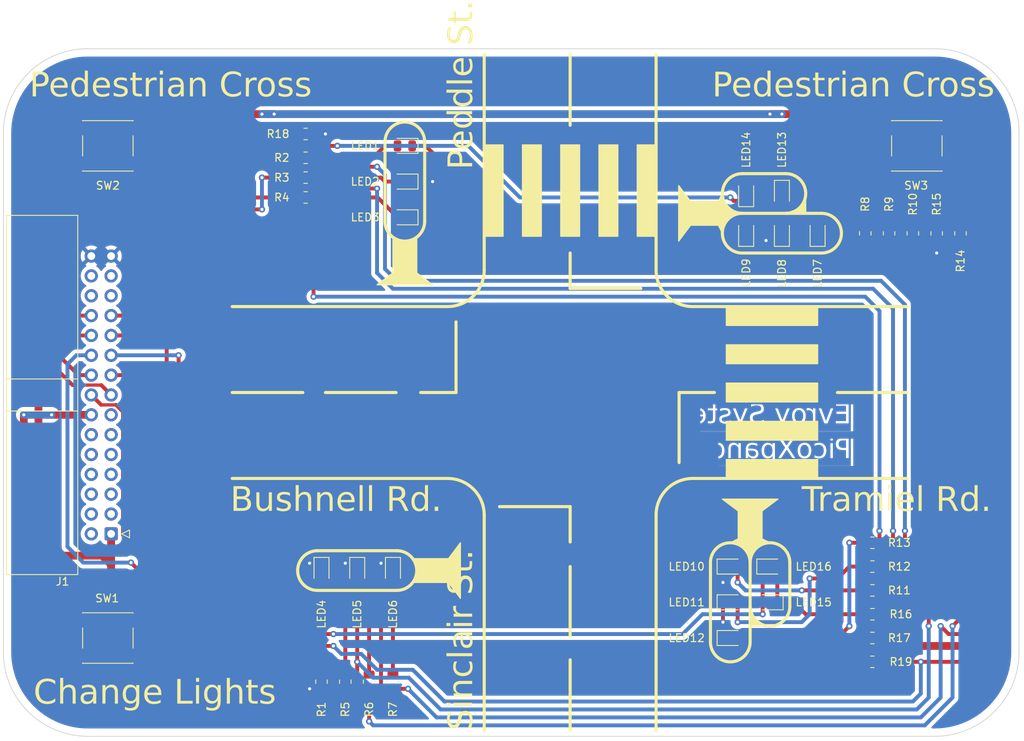
<source format=kicad_pcb>
(kicad_pcb (version 20240108) (generator "pcbnew") (generator_version "8.0")
  (layers (0 "F.Cu" signal) (31 "B.Cu" power) (35 "F.Paste" user) (37 "F.SilkS" user "F.Silkscreen") (38 "B.Mask" user) (39 "F.Mask" user) (44 "Edge.Cuts" user))
  (net 0 "")
  (net 1 "+3V3")
  (net 13 "Net-(J1-Pin_14)")
  (net 14 "Net-(J1-Pin_15)")
  (net 15 "Net-(J1-Pin_16)")
  (net 16 "Net-(J1-Pin_17)")
  (net 17 "Net-(J1-Pin_18)")
  (net 18 "Net-(J1-Pin_19)")
  (net 19 "Net-(J1-Pin_20)")
  (net 20 "Net-(J1-Pin_21)")
  (net 21 "Net-(J1-Pin_22)")
  (net 22 "Net-(J1-Pin_23)")
  (net 23 "Net-(J1-Pin_24)")
  (net 28 "GNDREF")
  (net 29 "Net-(LED1-A)")
  (net 30 "Net-(LED2-A)")
  (net 31 "Net-(LED3-A)")
  (net 32 "Net-(LED4-A)")
  (net 33 "Net-(LED5-A)")
  (net 34 "Net-(LED6-A)")
  (net 35 "Net-(LED7-A)")
  (net 36 "Net-(LED8-A)")
  (net 37 "Net-(LED9-A)")
  (net 38 "Net-(LED10-A)")
  (net 39 "Net-(LED11-A)")
  (net 40 "Net-(LED12-A)")
  (net 41 "Net-(LED13-K)")
  (net 42 "Net-(LED15-K)")
  (footprint "Resistor_SMD:R_0805_2012Metric" (layer "F.Cu") (at 211.2245 134.232 180)
    (property "Reference" "R13")
    (property "Value" "220Ω")
  )
  (footprint "LED_SMD:LED_0805_2012Metric" (layer "F.Cu") (at 204.216 94.608 90)
    (property "Reference" "LED7")
    (property "Value" "Red")
  )
  (footprint "Resistor_SMD:R_0805_2012Metric" (layer "F.Cu") (at 211.2245 137.28 180)
    (property "Reference" "R12")
    (property "Value" "220Ω")
  )
  (footprint "LED_SMD:LED_0805_2012Metric" (layer "F.Cu") (at 140.716 137.788 -90)
    (property "Reference" "LED4")
    (property "Value" "Red")
  )
  (footprint "Resistor_SMD:R_0805_2012Metric" (layer "F.Cu") (at 140.716 152.012 90)
    (property "Reference" "R1")
    (property "Value" "220Ω")
  )
  (footprint "LED_SMD:LED_0805_2012Metric" (layer "F.Cu") (at 193.04 141.852)
    (property "Reference" "LED11")
    (property "Value" "Amber")
  )
  (footprint "Button_Switch_SMD:SW_Push_1P1T_NO_6x6mm_H9.5mm" (layer "F.Cu") (at 113.373 83.432 180)
    (property "Reference" "SW2")
    (property "Value" "Ped Cross")
  )
  (footprint "Resistor_SMD:R_0805_2012Metric" (layer "F.Cu") (at 138.684 87.496)
    (property "Reference" "R3")
    (property "Value" "220Ω")
  )
  (footprint "Connector_IDC:IDC-Header_2x15_P2.54mm_Horizontal" (layer "F.Cu") (at 113.792 133.096 180)
    (property "Reference" "J1")
    (property "Value" "IDC Header")
  )
  (footprint "Resistor_SMD:R_0805_2012Metric" (layer "F.Cu") (at 211.2245 143.376)
    (property "Reference" "R16")
    (property "Value" "220Ω")
  )
  (footprint "Resistor_SMD:R_0805_2012Metric" (layer "F.Cu") (at 149.86 152.012 90)
    (property "Reference" "R7")
    (property "Value" "220Ω")
  )
  (footprint "Resistor_SMD:R_0805_2012Metric" (layer "F.Cu") (at 211.2245 149.472)
    (property "Reference" "R19")
    (property "Value" "220Ω")
  )
  (footprint "LED_SMD:LED_0805_2012Metric" (layer "F.Cu") (at 195.072 89.528 90)
    (property "Reference" "LED14")
    (property "Value" "Green")
  )
  (footprint "LED_SMD:LED_0805_2012Metric" (layer "F.Cu") (at 145.288 137.788 -90)
    (property "Reference" "LED5")
    (property "Value" "Amber")
  )
  (footprint "Resistor_SMD:R_0805_2012Metric" (layer "F.Cu") (at 138.684 84.956)
    (property "Reference" "R2")
    (property "Value" "220Ω")
  )
  (footprint "Resistor_SMD:R_0805_2012Metric" (layer "F.Cu") (at 211.2245 146.424 180)
    (property "Reference" "R17")
    (property "Value" "220Ω")
  )
  (footprint "Resistor_SMD:R_0805_2012Metric" (layer "F.Cu") (at 216.408 94.633 90)
    (property "Reference" "R10")
    (property "Value" "220Ω")
  )
  (footprint "Button_Switch_SMD:SW_Push_1P1T_NO_6x6mm_H9.5mm" (layer "F.Cu") (at 216.916 83.432 180)
    (property "Reference" "SW3")
    (property "Value" "Ped Cross")
  )
  (footprint "Resistor_SMD:R_0805_2012Metric" (layer "F.Cu") (at 143.764 152.012 90)
    (property "Reference" "R5")
    (property "Value" "220Ω")
  )
  (footprint "Button_Switch_SMD:SW_Push_1P1T_NO_6x6mm_H9.5mm" (layer "F.Cu") (at 113.373 146.424 180)
    (property "Reference" "SW1")
    (property "Value" "Change Lights")
  )
  (footprint "LED_SMD:LED_0805_2012Metric" (layer "F.Cu") (at 149.86 137.788 -90)
    (property "Reference" "LED6")
    (property "Value" "Green")
  )
  (footprint "Resistor_SMD:R_0805_2012Metric" (layer "F.Cu") (at 210.312 94.633 90)
    (property "Reference" "R8")
    (property "Value" "220Ω")
  )
  (footprint "LED_SMD:LED_0805_2012Metric" (layer "F.Cu") (at 151.384 92.576 180)
    (property "Reference" "LED3")
    (property "Value" "Green")
  )
  (footprint "LED_SMD:LED_0805_2012Metric" (layer "F.Cu") (at 199.644 94.608 90)
    (property "Reference" "LED8")
    (property "Value" "Amber")
  )
  (footprint "LED_SMD:LED_0805_2012Metric" (layer "F.Cu") (at 151.384 88.004 180)
    (property "Reference" "LED2")
    (property "Value" "Amber")
  )
  (footprint "LED_SMD:LED_0805_2012Metric" (layer "F.Cu") (at 193.04 146.424)
    (property "Reference" "LED12")
    (property "Value" "Green")
  )
  (footprint "Resistor_SMD:R_0805_2012Metric" (layer "F.Cu") (at 146.812 152.012 90)
    (property "Reference" "R6")
    (property "Value" "220Ω")
  )
  (footprint "Resistor_SMD:R_0805_2012Metric" (layer "F.Cu") (at 222.504 94.633 90)
    (property "Reference" "R14")
    (property "Value" "220Ω")
  )
  (footprint "LED_SMD:LED_0805_2012Metric" (layer "F.Cu") (at 151.384 83.432 180)
    (property "Reference" "LED1")
    (property "Value" "Red")
  )
  (footprint "LED_SMD:LED_0805_2012Metric" (layer "F.Cu") (at 198.12 137.28)
    (property "Reference" "LED16")
    (property "Value" "Green")
  )
  (footprint "LED_SMD:LED_0805_2012Metric" (layer "F.Cu") (at 193.04 137.28)
    (property "Reference" "LED10")
    (property "Value" "Red")
  )
  (footprint "Resistor_SMD:R_0805_2012Metric" (layer "F.Cu") (at 211.2245 140.328 180)
    (property "Reference" "R11")
    (property "Value" "220Ω")
  )
  (footprint "LED_SMD:LED_0805_2012Metric" (layer "F.Cu") (at 199.644 89.528 -90)
    (property "Reference" "LED13")
    (property "Value" "Red")
  )
  (footprint "Resistor_SMD:R_0805_2012Metric" (layer "F.Cu") (at 138.684 81.908 180)
    (property "Reference" "R18")
    (property "Value" "220Ω")
  )
  (footprint "LED_SMD:LED_0805_2012Metric" (layer "F.Cu") (at 195.072 94.608 90)
    (property "Reference" "LED9")
    (property "Value" "Green")
  )
  (footprint "Resistor_SMD:R_0805_2012Metric" (layer "F.Cu") (at 138.684 90.036)
    (property "Reference" "R4")
    (property "Value" "220Ω")
  )
  (footprint "LED_SMD:LED_0805_2012Metric" (layer "F.Cu") (at 198.12 141.852 180)
    (property "Reference" "LED15")
    (property "Value" "Red")
  )
  (footprint "Resistor_SMD:R_0805_2012Metric" (layer "F.Cu") (at 219.456 94.633 90)
    (property "Reference" "R15")
    (property "Value" "220Ω")
  )
  (footprint "Resistor_SMD:R_0805_2012Metric" (layer "F.Cu") (at 213.36 94.633 90)
    (property "Reference" "R9")
    (property "Value" "220Ω")
  )
  (gr_line (start 183.544 71.748) (end 183.544 99.316) (stroke (width 0.4)) (layer "F.SilkS"))
  (gr_line (start 172.544 146.32) (end 172.544 137.28) (stroke (width 0.4)) (layer "F.SilkS"))
  (gr_arc (start 156.860472 126) (mid 160.172226 127.371774) (end 161.544 130.683528) (stroke (width 0.4)) (layer "F.SilkS"))
  (gr_arc (start 188.227528 103.999528) (mid 184.915774 102.627754) (end 183.544 99.316) (stroke (width 0.4)) (layer "F.SilkS"))
  (gr_poly (pts (xy 200.152 92.068) (xy 201.676 91.56) (xy 202.692538 90.20717) (xy 202.692 92.068)) (stroke (width 0.15)) (fill solid) (layer "F.SilkS"))
  (gr_poly (pts (xy 152.4 139.312) (xy 156.972 139.312) (xy 158.496 141.344) (xy 158.496 134.232) (xy 156.972 136.264) (xy 152.4 136.264) (xy 152.908 137.28) (xy 152.908 138.296)) (stroke (width 0.15)) (fill solid) (layer "F.SilkS"))
  (gr_line (start 172.544 80.788) (end 172.544 71.748) (stroke (width 0.4)) (layer "F.SilkS"))
  (gr_line (start 190.5 146.932) (end 190.5 136.772) (stroke (width 0.4)) (layer "F.SilkS"))
  (gr_poly (pts (xy 149.86 95.116) (xy 149.86 99.688) (xy 147.828 101.212) (xy 154.94 101.212) (xy 152.908 99.688) (xy 152.908 95.116) (xy 151.892 95.624) (xy 150.876 95.624)) (stroke (width 0.15)) (fill solid) (layer "F.SilkS"))
  (gr_arc (start 195.58 136.772) (mid 198.12 134.232) (end 200.66 136.772) (stroke (width 0.4)) (layer "F.SilkS"))
  (gr_arc (start 200.66 142.36) (mid 198.12 144.9) (end 195.58 142.36) (stroke (width 0.4)) (layer "F.SilkS"))
  (gr_arc (start 194.564 92.068) (mid 192.024 89.528) (end 194.564 86.988) (stroke (width 0.4)) (layer "F.SilkS"))
  (gr_line (start 215.795528 103.999528) (end 188.227528 103.999528) (stroke (width 0.4)) (layer "F.SilkS"))
  (gr_line (start 161.544 71.748) (end 161.544 99.316) (stroke (width 0.4)) (layer "F.SilkS"))
  (gr_line (start 183.544 130.683528) (end 183.544 158.251528) (stroke (width 0.4)) (layer "F.SilkS"))
  (gr_line (start 195.58 136.772) (end 195.58 146.932) (stroke (width 0.4)) (layer "F.SilkS"))
  (gr_line (start 140.208 135.248) (end 150.368 135.248) (stroke (width 0.4)) (layer "F.SilkS"))
  (gr_line (start 172.544 101.668) (end 181.584 101.668) (stroke (width 0.4)) (layer "F.SilkS"))
  (gr_poly (pts (xy 195.58 142.36) (xy 196.088 143.884) (xy 197.44083 144.900538) (xy 195.58 144.9)) (stroke (width 0.15)) (fill solid) (layer "F.SilkS"))
  (gr_rect (start 161.544 83.312) (end 163.957889 95) (stroke (width 0.15)) (fill solid) (layer "F.SilkS"))
  (gr_rect (start 192.532 104) (end 204.22 106.413889) (stroke (width 0.15)) (fill solid) (layer "F.SilkS"))
  (gr_line (start 157.936 114.999528) (end 157.936 105.959528) (stroke (width 0.4)) (layer "F.SilkS"))
  (gr_line (start 141.224 114.999528) (end 150.264 114.999528) (stroke (width 0.4)) (layer "F.SilkS"))
  (gr_line (start 186.488 114.999528) (end 186.488 123.968) (stroke (width 0.4)) (layer "F.SilkS"))
  (gr_arc (start 190.5 136.772) (mid 193.04 134.232) (end 195.58 136.772) (stroke (width 0.4)) (layer "F.SilkS"))
  (gr_arc (start 204.724 92.068) (mid 207.264 94.608) (end 204.724 97.148) (stroke (width 0.4)) (layer "F.SilkS"))
  (gr_arc (start 148.844 82.924) (mid 151.384 80.384) (end 153.924 82.924) (stroke (width 0.4)) (layer "F.SilkS"))
  (gr_line (start 191.008 114.999528) (end 186.488 114.999528) (stroke (width 0.4)) (layer "F.SilkS"))
  (gr_line (start 194.564 92.068) (end 204.724 92.068) (stroke (width 0.4)) (layer "F.SilkS"))
  (gr_poly (pts (xy 192.324227 90.732794) (xy 192.024 89.528) (xy 191.516 90.543468) (xy 187.96 90.544) (xy 186.436 88.512) (xy 186.436 95.624) (xy 187.96 93.592) (xy 191.516 93.592) (xy 192.024 94.608) (xy 192.389538 93.263606) (xy 193.67379 92.056661) (xy 192.970787 91.535078)) (stroke (width 0.15)) (fill solid) (layer "F.SilkS"))
  (gr_line (start 148.844 93.084) (end 148.844 82.924) (stroke (width 0.4)) (layer "F.SilkS"))
  (gr_line (start 150.368 140.328) (end 140.208 140.328) (stroke (width 0.4)) (layer "F.SilkS"))
  (gr_rect (start 192.532 118.689584) (end 204.22 121.103473) (stroke (width 0.15)) (fill solid) (layer "F.SilkS"))
  (gr_rect (start 192.532 113.793057) (end 204.22 116.206946) (stroke (width 0.15)) (fill solid) (layer "F.SilkS"))
  (gr_arc (start 153.924 93.084) (mid 151.384 95.624) (end 148.844 93.084) (stroke (width 0.4)) (layer "F.SilkS"))
  (gr_arc (start 200.152 86.988) (mid 202.692 89.528) (end 200.152 92.068) (stroke (width 0.4)) (layer "F.SilkS"))
  (gr_arc (start 183.544 130.683528) (mid 184.915774 127.371774) (end 188.227528 126) (stroke (width 0.4)) (layer "F.SilkS"))
  (gr_line (start 172.544 134.128) (end 172.544 129.608) (stroke (width 0.4)) (layer "F.SilkS"))
  (gr_arc (start 140.208 140.328) (mid 137.668 137.788) (end 140.208 135.248) (stroke (width 0.4)) (layer "F.SilkS"))
  (gr_line (start 153.924 82.924) (end 153.924 93.084) (stroke (width 0.4)) (layer "F.SilkS"))
  (gr_line (start 153.416 114.999528) (end 157.936 114.999528) (stroke (width 0.4)) (layer "F.SilkS"))
  (gr_poly (pts (xy 196.915206 134.532227) (xy 198.12 134.232) (xy 197.104532 133.724) (xy 197.104 130.168) (xy 199.136 128.644) (xy 192.024 128.644) (xy 194.056 130.168) (xy 194.056 133.724) (xy 193.04 134.232) (xy 194.384394 134.597538) (xy 195.591339 135.88179) (xy 196.112922 135.178787)) (stroke (width 0.15)) (fill solid) (layer "F.SilkS"))
  (gr_line (start 200.66 136.772) (end 200.66 142.36) (stroke (width 0.4)) (layer "F.SilkS"))
  (gr_arc (start 194.564 97.148) (mid 192.024 94.608) (end 194.564 92.068) (stroke (width 0.4)) (layer "F.SilkS"))
  (gr_rect (start 166.440527 83.312) (end 168.854416 95) (stroke (width 0.15)) (fill solid) (layer "F.SilkS"))
  (gr_arc (start 161.544 99.316) (mid 160.172226 102.627754) (end 156.860472 103.999528) (stroke (width 0.4)) (layer "F.SilkS"))
  (gr_line (start 172.544 97.148) (end 172.544 101.668) (stroke (width 0.4)) (layer "F.SilkS"))
  (gr_rect (start 192.532 108.89653) (end 204.22 111.310419) (stroke (width 0.15)) (fill solid) (layer "F.SilkS"))
  (gr_line (start 215.795528 126) (end 188.227528 126) (stroke (width 0.4)) (layer "F.SilkS"))
  (gr_line (start 194.564 86.988) (end 200.152 86.988) (stroke (width 0.4)) (layer "F.SilkS"))
  (gr_line (start 172.544 129.608) (end 163.504 129.608) (stroke (width 0.4)) (layer "F.SilkS"))
  (gr_arc (start 195.58 146.932) (mid 193.04 149.472) (end 190.5 146.932) (stroke (width 0.4)) (layer "F.SilkS"))
  (gr_line (start 206.755528 114.999528) (end 215.795528 114.999528) (stroke (width 0.4)) (layer "F.SilkS"))
  (gr_line (start 204.724 97.148) (end 194.564 97.148) (stroke (width 0.4)) (layer "F.SilkS"))
  (gr_line (start 129.292472 103.999528) (end 156.860472 103.999528) (stroke (width 0.4)) (layer "F.SilkS"))
  (gr_line (start 129.292472 114.999528) (end 138.332472 114.999528) (stroke (width 0.4)) (layer "F.SilkS"))
  (gr_rect (start 192.532 123.586111) (end 204.22 126) (stroke (width 0.15)) (fill solid) (layer "F.SilkS"))
  (gr_line (start 161.544 130.683528) (end 161.544 158.251528) (stroke (width 0.4)) (layer "F.SilkS"))
  (gr_arc (start 150.368 135.248) (mid 152.908 137.788) (end 150.368 140.328) (stroke (width 0.4)) (layer "F.SilkS"))
  (gr_rect (start 171.337054 83.312) (end 173.750943 95) (stroke (width 0.15)) (fill solid) (layer "F.SilkS"))
  (gr_rect (start 176.233581 83.312) (end 178.64747 95) (stroke (width 0.15)) (fill solid) (layer "F.SilkS"))
  (gr_rect (start 181.130111 83.312) (end 183.544 95) (stroke (width 0.15)) (fill solid) (layer "F.SilkS"))
  (gr_line (start 172.544 158.251528) (end 172.544 149.211528) (stroke (width 0.4)) (layer "F.SilkS"))
  (gr_line (start 129.292472 126) (end 156.860472 126) (stroke (width 0.4)) (layer "F.SilkS"))
  (gr_arc (start 219.21759 71) (mid 226.841908 74.158092) (end 230 81.78241) (stroke (width 0.1)) (layer "Edge.Cuts"))
  (gr_line (start 230 81.78241) (end 230 148.21759) (stroke (width 0.1)) (layer "Edge.Cuts"))
  (gr_arc (start 230 148.21759) (mid 226.841908 155.841908) (end 219.21759 159) (stroke (width 0.1)) (layer "Edge.Cuts"))
  (gr_line (start 110.78241 71) (end 219.21759 71) (stroke (width 0.1)) (layer "Edge.Cuts"))
  (gr_line (start 219.21759 159) (end 110.78241 159) (stroke (width 0.1)) (layer "Edge.Cuts"))
  (gr_arc (start 100 81.78241) (mid 103.158092 74.158092) (end 110.78241 71) (stroke (width 0.1)) (layer "Edge.Cuts"))
  (gr_line (start 100 148.21759) (end 100 81.78241) (stroke (width 0.1)) (layer "Edge.Cuts"))
  (gr_arc (start 110.78241 159) (mid 103.158092 155.841908) (end 100 148.21759) (stroke (width 0.1)) (layer "Edge.Cuts"))
  (gr_text "PicoXpander" (at 208.534 123.818 0) (layer "B.Cu" knockout) (effects (font (size 2.5 2.5)) (justify left bottom mirror)))
  (gr_text "Evroy Systems" (at 208.534 119.373 0) (layer "B.Cu" knockout) (effects (font (size 2.5 2.5)) (justify left bottom mirror)))
  (gr_text "Bushnell Rd." (at 129.032 130.676 0) (layer "F.SilkS") (effects (font (size 3.1 3.1)) (justify left bottom)))
  (gr_text "Peddle St." (at 160.528 86.48 90) (layer "F.SilkS") (effects (font (size 3.1 3.1)) (justify left bottom)))
  (gr_text "Sinclair St." (at 160.528 158.251528 90) (layer "F.SilkS") (effects (font (size 3.1 3.1)) (justify left bottom)))
  (gr_text "Tramiel Rd." (at 202.184 130.676 0) (layer "F.SilkS") (effects (font (size 3.1 3.1)) (justify left bottom)))
  (segment (start 216.201 147.44) (end 212.137 143.376) (width 1) (layer "F.Cu") (net 1))
  (segment (start 104.489416 132.803416) (end 107.569 135.883) (width 1) (layer "F.Cu") (net 1))
  (segment (start 103.124 110.864) (end 104.489416 112.229416) (width 1) (layer "F.Cu") (net 1))
  (segment (start 211.836 81.908) (end 209.804 81.908) (width 1) (layer "F.Cu") (net 1))
  (segment (start 109.398 81.182) (end 107.927659 81.182) (width 1) (layer "F.Cu") (net 1))
  (segment (start 211.467303 82.655697) (end 210.172697 82.655697) (width 1) (layer "F.Cu") (net 1))
  (segment (start 112.649 135.883) (end 113.792 137.026) (width 1) (layer "F.Cu") (net 1))
  (segment (start 212.941 81.182) (end 208.699 81.182) (width 1) (layer "F.Cu") (net 1))
  (segment (start 107.569 135.883) (end 112.649 135.883) (width 1) (layer "F.Cu") (net 1))
  (segment (start 212.941 81.182) (end 220.891 81.182) (width 1) (layer "F.Cu") (net 1))
  (segment (start 117.348 81.182) (end 109.398 81.182) (width 1) (layer "F.Cu") (net 1))
  (segment (start 117.348 144.174) (end 115.189 144.174) (width 1) (layer "F.Cu") (net 1))
  (segment (start 211.5175 82.6055) (end 210.82 83.303) (width 1) (layer "F.Cu") (net 1))
  (segment (start 223.52 147.44) (end 216.201 147.44) (width 1) (layer "F.Cu") (net 1))
  (segment (start 113.792 142.868) (end 113.792 144.038954) (width 1) (layer "F.Cu") (net 1))
  (segment (start 212.941 81.182) (end 212.0255 82.0975) (width 1) (layer "F.Cu") (net 1))
  (segment (start 112.649 144.174) (end 109.398 144.174) (width 1) (layer "F.Cu") (net 1))
  (segment (start 208.699 81.182) (end 208.5985 81.0815) (width 1) (layer "F.Cu") (net 1))
  (segment (start 206.885 79.368) (end 208.5985 81.0815) (width 1) (layer "F.Cu") (net 1))
  (segment (start 199.644 79.368) (end 206.885 79.368) (width 1) (layer "F.Cu") (net 1))
  (segment (start 211.5175 82.6055) (end 211.467303 82.655697) (width 1) (layer "F.Cu") (net 1))
  (segment (start 223.6485 93.7205) (end 226.568 96.64) (width 1) (layer "F.Cu") (net 1))
  (segment (start 114.935 144.174) (end 115.189 144.174) (width 1) (layer "F.Cu") (net 1))
  (segment (start 113.792 137.026) (end 113.792 137.153) (width 1) (layer "F.Cu") (net 1))
  (segment (start 113.792 143.031) (end 114.935 144.174) (width 1) (layer "F.Cu") (net 1))
  (segment (start 113.792 144.038954) (end 113.656954 144.174) (width 1) (layer "F.Cu") (net 1))
  (segment (start 212.0255 82.0975) (end 211.5175 82.6055) (width 1) (layer "F.Cu") (net 1))
  (segment (start 226.568 96.64) (end 226.568 144.392) (width 1) (layer "F.Cu") (net 1))
  (segment (start 210.172697 82.655697) (end 210.82 83.303) (width 1) (layer "F.Cu") (net 1))
  (segment (start 113.656954 144.174) (end 112.649 144.174) (width 1) (layer "F.Cu") (net 1))
  (segment (start 210.82 83.303) (end 210.82 86.988) (width 1) (layer "F.Cu") (net 1))
  (segment (start 120.614 81.182) (end 122.428 79.368) (width 1) (layer "F.Cu") (net 1))
  (segment (start 107.927659 81.182) (end 103.124 85.985659) (width 1) (layer "F.Cu") (net 1))
  (segment (start 112.649 135.883) (end 113.792 135.883) (width 1) (layer "F.Cu") (net 1))
  (segment (start 211.836 88.004) (end 216.7875 88.004) (width 1) (layer "F.Cu") (net 1))
  (segment (start 104.489416 112.229416) (end 104.489416 132.803416) (width 1) (layer "F.Cu") (net 1))
  (segment (start 113.792 134.613) (end 113.792 135.883) (width 1) (layer "F.Cu") (net 1))
  (segment (start 115.189 144.174) (end 113.656954 144.174) (width 1) (layer "F.Cu") (net 1))
  (segment (start 112.649 135.883) (end 113.792 134.74) (width 1) (layer "F.Cu") (net 1))
  (segment (start 117.348 81.182) (end 120.614 81.182) (width 1) (layer "F.Cu") (net 1))
  (segment (start 113.792 133.096) (end 113.792 134.613) (width 1) (layer "F.Cu") (net 1))
  (segment (start 113.792 134.74) (end 113.792 134.613) (width 1) (layer "F.Cu") (net 1))
  (segment (start 113.792 135.883) (end 113.792 137.153) (width 1) (layer "F.Cu") (net 1))
  (segment (start 222.504 93.7205) (end 223.6485 93.7205) (width 1) (layer "F.Cu") (net 1))
  (segment (start 103.124 85.985659) (end 103.124 110.864) (width 1) (layer "F.Cu") (net 1))
  (segment (start 113.792 143.031) (end 112.649 144.174) (width 1) (layer "F.Cu") (net 1))
  (segment (start 210.82 86.988) (end 211.836 88.004) (width 1) (layer "F.Cu") (net 1))
  (segment (start 208.5985 81.0815) (end 210.172697 82.655697) (width 1) (layer "F.Cu") (net 1))
  (segment (start 198.12 79.368) (end 199.644 79.368) (width 1) (layer "F.Cu") (net 1))
  (segment (start 226.568 144.392) (end 223.52 147.44) (width 1) (layer "F.Cu") (net 1))
  (segment (start 113.792 142.868) (end 113.792 143.031) (width 1) (layer "F.Cu") (net 1))
  (segment (start 216.7875 88.004) (end 222.504 93.7205) (width 1) (layer "F.Cu") (net 1))
  (segment (start 113.792 137.153) (end 113.792 142.868) (width 1) (layer "F.Cu") (net 1))
  (segment (start 122.428 79.368) (end 134.657582 79.368) (width 1) (layer "F.Cu") (net 1))
  (segment (start 212.0255 82.0975) (end 211.836 81.908) (width 1) (layer "F.Cu") (net 1))
  (via (at 134.657582 79.368) (size 0.8) (drill 0.4) (layers "F.Cu" "B.Cu") (net 1))
  (via (at 199.644 79.368) (size 0.8) (drill 0.4) (layers "F.Cu" "B.Cu") (net 1))
  (via (at 198.12 79.368) (size 0.8) (drill 0.4) (layers "F.Cu" "B.Cu") (net 1))
  (via (at 133.096 79.368) (size 0.8) (drill 0.4) (layers "F.Cu" "B.Cu") (net 1))
  (segment (start 199.644 79.368) (end 133.096 79.368) (width 1) (layer "B.Cu") (net 1))
  (segment (start 109.398 148.674) (end 104.866 148.674) (width 1) (layer "F.Cu") (net 13))
  (segment (start 140.716 151.0995) (end 122.548159 151.0995) (width 0.5) (layer "F.Cu") (net 13))
  (segment (start 117.348 148.674) (end 109.398 148.674) (width 1) (layer "F.Cu") (net 13))
  (segment (start 104.866 148.674) (end 102.616 146.424) (width 1) (layer "F.Cu") (net 13))
  (segment (start 120.122659 148.674) (end 117.348 148.674) (width 0.5) (layer "F.Cu") (net 13))
  (segment (start 122.548159 151.0995) (end 120.122659 148.674) (width 0.5) (layer "F.Cu") (net 13))
  (segment (start 111.252 117.856) (end 106.172 117.856) (width 1) (layer "F.Cu") (net 13))
  (segment (start 102.616 117.856) (end 102.616 146.424) (width 1) (layer "F.Cu") (net 13))
  (via (at 102.616 117.856) (size 0.8) (drill 0.4) (layers "F.Cu" "B.Cu") (net 13))
  (via (at 106.172 117.856) (size 0.8) (drill 0.4) (layers "F.Cu" "B.Cu") (net 13))
  (segment (start 102.616 117.856) (end 106.172 117.856) (width 1) (layer "B.Cu") (net 13))
  (segment (start 104.648 109.848) (end 104.648 89.24007) (width 0.5) (layer "F.Cu") (net 14))
  (segment (start 104.648 89.24007) (end 108.20607 85.682) (width 0.5) (layer "F.Cu") (net 14))
  (segment (start 108.20607 85.682) (end 109.398 85.682) (width 0.5) (layer "F.Cu") (net 14))
  (segment (start 113.792 115.316) (end 112.521718 114.045718) (width 0.5) (layer "F.Cu") (net 14))
  (segment (start 117.348 85.682) (end 109.398 85.682) (width 1) (layer "F.Cu") (net 14))
  (segment (start 124.46 81.908) (end 120.686 85.682) (width 0.5) (layer "F.Cu") (net 14))
  (segment (start 120.686 85.682) (end 117.348 85.682) (width 0.5) (layer "F.Cu") (net 14))
  (segment (start 112.521718 114.045718) (end 108.845718 114.045718) (width 0.41) (layer "F.Cu") (net 14))
  (segment (start 137.7715 81.908) (end 124.46 81.908) (width 0.5) (layer "F.Cu") (net 14))
  (segment (start 108.845718 114.045718) (end 104.648 109.848) (width 0.5) (layer "F.Cu") (net 14))
  (segment (start 129.549119 147.44) (end 115.316 133.206881) (width 0.5) (layer "F.Cu") (net 15))
  (segment (start 114.434 116.586) (end 115.316 117.468) (width 0.5) (layer "F.Cu") (net 15))
  (segment (start 112.522 116.586) (end 114.434 116.586) (width 0.42) (layer "F.Cu") (net 15))
  (segment (start 223.52 149.472) (end 228.092 144.9) (width 0.5) (layer "F.Cu") (net 15))
  (segment (start 212.941 85.682) (end 220.891 85.682) (width 1) (layer "F.Cu") (net 15))
  (segment (start 228.092 144.9) (end 228.092 92.883) (width 0.5) (layer "F.Cu") (net 15))
  (segment (start 111.252 115.316) (end 112.522 116.586) (width 0.5) (layer "F.Cu") (net 15))
  (segment (start 142.24 147.44) (end 129.549119 147.44) (width 0.5) (layer "F.Cu") (net 15))
  (segment (start 228.092 92.883) (end 220.891 85.682) (width 0.5) (layer "F.Cu") (net 15))
  (segment (start 115.316 133.206881) (end 115.316 117.468) (width 0.5) (layer "F.Cu") (net 15))
  (segment (start 217.424 149.472) (end 223.52 149.472) (width 0.5) (layer "F.Cu") (net 15))
  (segment (start 212.137 149.472) (end 217.424 149.472) (width 0.5) (layer "F.Cu") (net 15))
  (via (at 217.424 149.472) (size 0.8) (drill 0.4) (layers "F.Cu" "B.Cu") (net 15))
  (via (at 142.24 147.44) (size 0.8) (drill 0.4) (layers "F.Cu" "B.Cu") (net 15))
  (segment (start 152.4 150.488) (end 156.464 154.552) (width 0.5) (layer "B.Cu") (net 15))
  (segment (start 216.408 154.552) (end 217.424 153.536) (width 0.5) (layer "B.Cu") (net 15))
  (segment (start 156.464 154.552) (end 216.408 154.552) (width 0.5) (layer "B.Cu") (net 15))
  (segment (start 147.828 150.488) (end 152.4 150.488) (width 0.5) (layer "B.Cu") (net 15))
  (segment (start 142.24 147.44) (end 143.256 148.456) (width 0.5) (layer "B.Cu") (net 15))
  (segment (start 217.424 153.536) (end 217.424 149.472) (width 0.5) (layer "B.Cu") (net 15))
  (segment (start 143.256 148.456) (end 145.796 148.456) (width 0.5) (layer "B.Cu") (net 15))
  (segment (start 145.796 148.456) (end 147.828 150.488) (width 0.5) (layer "B.Cu") (net 15))
  (segment (start 118.872 134.74) (end 130.048 145.916) (width 0.5) (layer "F.Cu") (net 16))
  (segment (start 197.1825 137.28) (end 197.1825 141.852) (width 0.5) (layer "F.Cu") (net 16))
  (segment (start 197.1825 143.376) (end 197.1825 141.852) (width 0.5) (layer "F.Cu") (net 16))
  (segment (start 118.872 113.912) (end 118.872 134.74) (width 0.5) (layer "F.Cu") (net 16))
  (segment (start 113.792 112.776) (end 117.736 112.776) (width 0.5) (layer "F.Cu") (net 16))
  (segment (start 117.736 112.776) (end 118.872 113.912) (width 0.5) (layer "F.Cu") (net 16))
  (segment (start 130.048 145.916) (end 142.24 145.916) (width 0.5) (layer "F.Cu") (net 16))
  (via (at 197.1825 143.376) (size 0.8) (drill 0.4) (layers "F.Cu" "B.Cu") (net 16))
  (via (at 142.24 145.916) (size 0.8) (drill 0.4) (layers "F.Cu" "B.Cu") (net 16))
  (segment (start 186.944 145.916) (end 189.484 143.376) (width 0.5) (layer "B.Cu") (net 16))
  (segment (start 189.484 143.376) (end 197.1825 143.376) (width 0.5) (layer "B.Cu") (net 16))
  (segment (start 142.24 145.916) (end 186.944 145.916) (width 0.5) (layer "B.Cu") (net 16))
  (segment (start 193.04 90.036) (end 193.4695 90.4655) (width 0.5) (layer "F.Cu") (net 17))
  (segment (start 129.54 83.432) (end 142.748 83.432) (width 0.5) (layer "F.Cu") (net 17))
  (segment (start 106.172 109.34) (end 106.172 94.1) (width 0.5) (layer "F.Cu") (net 17))
  (segment (start 121.412 91.56) (end 129.54 83.432) (width 0.5) (layer "F.Cu") (net 17))
  (segment (start 106.172 94.1) (end 108.712 91.56) (width 0.5) (layer "F.Cu") (net 17))
  (segment (start 111.252 112.776) (end 109.608 112.776) (width 0.5) (layer "F.Cu") (net 17))
  (segment (start 108.712 91.56) (end 121.412 91.56) (width 0.5) (layer "F.Cu") (net 17))
  (segment (start 193.4695 90.4655) (end 195.072 90.4655) (width 0.5) (layer "F.Cu") (net 17))
  (segment (start 195.072 90.4655) (end 199.644 90.4655) (width 0.5) (layer "F.Cu") (net 17))
  (segment (start 109.608 112.776) (end 106.172 109.34) (width 0.5) (layer "F.Cu") (net 17))
  (via (at 142.748 83.432) (size 0.8) (drill 0.4) (layers "F.Cu" "B.Cu") (net 17))
  (via (at 193.04 90.036) (size 0.8) (drill 0.4) (layers "F.Cu" "B.Cu") (net 17))
  (segment (start 159.512 83.432) (end 142.748 83.432) (width 0.5) (layer "B.Cu") (net 17))
  (segment (start 193.04 90.036) (end 166.116 90.036) (width 0.5) (layer "B.Cu") (net 17))
  (segment (start 166.116 90.036) (end 159.512 83.432) (width 0.5) (layer "B.Cu") (net 17))
  (segment (start 122.428 131.184) (end 122.428 110.236) (width 0.5) (layer "F.Cu") (net 18))
  (segment (start 148.336 140.836) (end 146.982323 139.482323) (width 0.5) (layer "F.Cu") (net 18))
  (segment (start 220.98 145.916) (end 219.964 144.9) (width 0.5) (layer "F.Cu") (net 18))
  (segment (start 223.012 145.916) (end 220.98 145.916) (width 0.5) (layer "F.Cu") (net 18))
  (segment (start 216.408 95.5455) (end 225.044 104.1815) (width 0.5) (layer "F.Cu") (net 18))
  (segment (start 225.044 143.884) (end 223.012 145.916) (width 0.5) (layer "F.Cu") (net 18))
  (segment (start 149.86 152.9245) (end 151.7885 152.9245) (width 0.5) (layer "F.Cu") (net 18))
  (segment (start 149.86 152.9245) (end 148.7405 152.9245) (width 0.5) (layer "F.Cu") (net 18))
  (segment (start 123.952 132.708) (end 122.428 131.184) (width 0.5) (layer "F.Cu") (net 18))
  (segment (start 225.044 104.1815) (end 225.044 143.884) (width 0.5) (layer "F.Cu") (net 18))
  (segment (start 148.7405 152.9245) (end 148.336 152.52) (width 0.5) (layer "F.Cu") (net 18))
  (segment (start 148.336 152.52) (end 148.336 140.836) (width 0.5) (layer "F.Cu") (net 18))
  (segment (start 146.982323 134.402323) (end 145.288 132.708) (width 0.5) (layer "F.Cu") (net 18))
  (segment (start 146.982323 139.482323) (end 146.982323 134.402323) (width 0.5) (layer "F.Cu") (net 18))
  (segment (start 145.288 132.708) (end 123.952 132.708) (width 0.5) (layer "F.Cu") (net 18))
  (via (at 219.964 144.9) (size 0.8) (drill 0.4) (layers "F.Cu" "B.Cu") (net 18))
  (via (at 151.7885 152.9245) (size 0.8) (drill 0.4) (layers "F.Cu" "B.Cu") (net 18))
  (via (at 122.428 110.236) (size 0.8) (drill 0.4) (layers "F.Cu" "B.Cu") (net 18))
  (segment (start 122.428 110.236) (end 113.792 110.236) (width 0.5) (layer "B.Cu") (net 18))
  (segment (start 151.7885 152.9245) (end 155.448 156.584) (width 0.5) (layer "B.Cu") (net 18))
  (segment (start 217.424 156.584) (end 219.964 154.044) (width 0.5) (layer "B.Cu") (net 18))
  (segment (start 155.448 156.584) (end 217.424 156.584) (width 0.5) (layer "B.Cu") (net 18))
  (segment (start 219.964 154.044) (end 219.964 144.9) (width 0.5) (layer "B.Cu") (net 18))
  (segment (start 221.488 144.9) (end 223.52 142.868) (width 0.5) (layer "F.Cu") (net 19))
  (segment (start 142.748 154.552) (end 142.24 154.044) (width 0.5) (layer "F.Cu") (net 19))
  (segment (start 142.24 149.98) (end 141.224 148.964) (width 0.5) (layer "F.Cu") (net 19))
  (segment (start 146.812 157.092) (end 146.812 152.9245) (width 0.5) (layer "F.Cu") (net 19))
  (segment (start 142.24 154.044) (end 142.24 149.98) (width 0.5) (layer "F.Cu") (net 19))
  (segment (start 146.812 154.552) (end 142.748 154.552) (width 0.5) (layer "F.Cu") (net 19))
  (segment (start 213.36 97.148) (end 213.36 95.5455) (width 0.5) (layer "F.Cu") (net 19))
  (segment (start 141.224 148.964) (end 128.524 148.964) (width 0.5) (layer "F.Cu") (net 19))
  (segment (start 223.52 107.308) (end 213.36 97.148) (width 0.5) (layer "F.Cu") (net 19))
  (segment (start 223.52 142.868) (end 223.52 107.308) (width 0.5) (layer "F.Cu") (net 19))
  (segment (start 128.524 148.964) (end 116.332 136.772) (width 0.5) (layer "F.Cu") (net 19))
  (via (at 146.812 157.092) (size 0.8) (drill 0.4) (layers "F.Cu" "B.Cu") (net 19))
  (via (at 221.488 144.9) (size 0.8) (drill 0.4) (layers "F.Cu" "B.Cu") (net 19))
  (via (at 116.332 136.772) (size 0.8) (drill 0.4) (layers "F.Cu" "B.Cu") (net 19))
  (segment (start 108.204 134.74) (end 108.204 111.372) (width 0.5) (layer "B.Cu") (net 19))
  (segment (start 109.34 110.236) (end 111.252 110.236) (width 0.5) (layer "B.Cu") (net 19))
  (segment (start 217.932 157.6) (end 147.32 157.6) (width 0.5) (layer "B.Cu") (net 19))
  (segment (start 221.488 154.044) (end 217.932 157.6) (width 0.5) (layer "B.Cu") (net 19))
  (segment (start 116.332 136.772) (end 110.236 136.772) (width 0.5) (layer "B.Cu") (net 19))
  (segment (start 110.236 136.772) (end 108.204 134.74) (width 0.5) (layer "B.Cu") (net 19))
  (segment (start 147.32 157.6) (end 146.812 157.092) (width 0.5) (layer "B.Cu") (net 19))
  (segment (start 221.488 144.9) (end 221.488 154.044) (width 0.5) (layer "B.Cu") (net 19))
  (segment (start 108.204 111.372) (end 109.34 110.236) (width 0.5) (layer "B.Cu") (net 19))
  (segment (start 142.479056 134.979056) (end 141.732 134.232) (width 0.5) (layer "F.Cu") (net 20))
  (segment (start 120.904 131.692) (end 120.904 109.34) (width 0.5) (layer "F.Cu") (net 20))
  (segment (start 119.26 107.696) (end 113.792 107.696) (width 0.5) (layer "F.Cu") (net 20))
  (segment (start 221.996 108.324) (end 221.996 140.328) (width 0.5) (layer "F.Cu") (net 20))
  (segment (start 123.444 134.232) (end 120.904 131.692) (width 0.5) (layer "F.Cu") (net 20))
  (segment (start 221.996 140.328) (end 218.44 143.884) (width 0.5) (layer "F.Cu") (net 20))
  (segment (start 145.288 142.868) (end 142.479056 140.059056) (width 0.5) (layer "F.Cu") (net 20))
  (segment (start 143.764 152.9245) (end 144.8835 152.9245) (width 0.5) (layer "F.Cu") (net 20))
  (segment (start 144.8835 152.9245) (end 145.288 152.52) (width 0.5) (layer "F.Cu") (net 20))
  (segment (start 142.479056 140.059056) (end 142.479056 134.979056) (width 0.5) (layer "F.Cu") (net 20))
  (segment (start 210.312 95.5455) (end 210.312 96.64) (width 0.5) (layer "F.Cu") (net 20))
  (segment (start 210.312 96.64) (end 221.996 108.324) (width 0.5) (layer "F.Cu") (net 20))
  (segment (start 145.288 152.52) (end 145.288 142.868) (width 0.5) (layer "F.Cu") (net 20))
  (segment (start 141.732 134.232) (end 123.444 134.232) (width 0.5) (layer "F.Cu") (net 20))
  (segment (start 120.904 109.34) (end 119.26 107.696) (width 0.5) (layer "F.Cu") (net 20))
  (segment (start 218.44 143.884) (end 218.44 144.9) (width 0.5) (layer "F.Cu") (net 20))
  (via (at 145.288 149.472) (size 0.8) (drill 0.4) (layers "F.Cu" "B.Cu") (net 20))
  (via (at 218.44 144.9) (size 0.8) (drill 0.4) (layers "F.Cu" "B.Cu") (net 20))
  (segment (start 147.32 151.504) (end 145.288 149.472) (width 0.5) (layer "B.Cu") (net 20))
  (segment (start 218.44 144.9) (end 218.44 154.044) (width 0.5) (layer "B.Cu") (net 20))
  (segment (start 155.956 155.568) (end 151.892 151.504) (width 0.5) (layer "B.Cu") (net 20))
  (segment (start 216.916 155.568) (end 155.956 155.568) (width 0.5) (layer "B.Cu") (net 20))
  (segment (start 151.892 151.504) (end 147.32 151.504) (width 0.5) (layer "B.Cu") (net 20))
  (segment (start 218.44 154.044) (end 216.916 155.568) (width 0.5) (layer "B.Cu") (net 20))
  (segment (start 215.392 139.312) (end 215.392 132.708) (width 0.5) (layer "F.Cu") (net 21))
  (segment (start 214.376 140.328) (end 215.392 139.312) (width 0.5) (layer "F.Cu") (net 21))
  (segment (start 138.9215 86.106) (end 137.7715 84.956) (width 0.5) (layer "F.Cu") (net 21))
  (segment (start 121.412 94.1) (end 130.556 84.956) (width 0.5) (layer "F.Cu") (net 21))
  (segment (start 107.504 95.816) (end 109.22 94.1) (width 0.5) (layer "F.Cu") (net 21))
  (segment (start 212.137 140.328) (end 214.376 140.328) (width 0.5) (layer "F.Cu") (net 21))
  (segment (start 111.252 107.696) (end 109.608 107.696) (width 0.5) (layer "F.Cu") (net 21))
  (segment (start 107.504 105.592) (end 107.504 95.816) (width 0.5) (layer "F.Cu") (net 21))
  (segment (start 147.828 86.106) (end 138.9215 86.106) (width 0.5) (layer "F.Cu") (net 21))
  (segment (start 109.22 94.1) (end 121.412 94.1) (width 0.5) (layer "F.Cu") (net 21))
  (segment (start 130.556 84.956) (end 137.7715 84.956) (width 0.5) (layer "F.Cu") (net 21))
  (segment (start 109.608 107.696) (end 107.504 105.592) (width 0.5) (layer "F.Cu") (net 21))
  (via (at 215.392 132.708) (size 0.8) (drill 0.4) (layers "F.Cu" "B.Cu") (net 21))
  (via (at 147.828 86.106) (size 0.8) (drill 0.4) (layers "F.Cu" "B.Cu") (net 21))
  (segment (start 215.392 132.708) (end 215.392 103.752) (width 0.5) (layer "B.Cu") (net 21))
  (segment (start 148.844 99.18) (end 148.844 87.122) (width 0.5) (layer "B.Cu") (net 21))
  (segment (start 212.344 100.704) (end 150.368 100.704) (width 0.5) (layer "B.Cu") (net 21))
  (segment (start 215.392 103.752) (end 212.344 100.704) (width 0.5) (layer "B.Cu") (net 21))
  (segment (start 148.844 87.122) (end 147.828 86.106) (width 0.5) (layer "B.Cu") (net 21))
  (segment (start 150.368 100.704) (end 148.844 99.18) (width 0.5) (layer "B.Cu") (net 21))
  (segment (start 113.792 105.156) (end 125.596 105.156) (width 0.5) (layer "F.Cu") (net 22))
  (segment (start 127 93.592) (end 129.032 91.56) (width 0.5) (layer "F.Cu") (net 22))
  (segment (start 125.596 105.156) (end 127 103.752) (width 0.5) (layer "F.Cu") (net 22))
  (segment (start 139.1615 88.886) (end 137.7715 87.496) (width 0.5) (layer "F.Cu") (net 22))
  (segment (start 129.032 91.56) (end 133.096 91.56) (width 0.5) (layer "F.Cu") (net 22))
  (segment (start 127 103.752) (end 127 93.592) (width 0.5) (layer "F.Cu") (net 22))
  (segment (start 212.137 137.28) (end 213.36 137.28) (width 0.5) (layer "F.Cu") (net 22))
  (segment (start 133.096 87.496) (end 137.7715 87.496) (width 0.5) (layer "F.Cu") (net 22))
  (segment (start 213.36 137.28) (end 213.868 136.772) (width 0.5) (layer "F.Cu") (net 22))
  (segment (start 213.868 136.772) (end 213.868 132.708) (width 0.5) (layer "F.Cu") (net 22))
  (segment (start 147.828 88.886) (end 139.1615 88.886) (width 0.5) (layer "F.Cu") (net 22))
  (via (at 133.096 91.56) (size 0.8) (drill 0.4) (layers "F.Cu" "B.Cu") (net 22))
  (via (at 213.868 132.708) (size 0.8) (drill 0.4) (layers "F.Cu" "B.Cu") (net 22))
  (via (at 147.828 88.886) (size 0.8) (drill 0.4) (layers "F.Cu" "B.Cu") (net 22))
  (via (at 133.096 87.496) (size 0.8) (drill 0.4) (layers "F.Cu" "B.Cu") (net 22))
  (segment (start 147.828 99.688) (end 147.828 88.886) (width 0.5) (layer "B.Cu") (net 22))
  (segment (start 149.86 101.72) (end 147.828 99.688) (width 0.5) (layer "B.Cu") (net 22))
  (segment (start 133.096 91.56) (end 133.096 87.496) (width 0.5) (layer "B.Cu") (net 22))
  (segment (start 213.868 132.708) (end 213.868 104.26) (width 0.5) (layer "B.Cu") (net 22))
  (segment (start 213.868 104.26) (end 211.328 101.72) (width 0.5) (layer "B.Cu") (net 22))
  (segment (start 211.328 101.72) (end 149.86 101.72) (width 0.5) (layer "B.Cu") (net 22))
  (segment (start 110.236 95.624) (end 108.712 97.148) (width 0.5) (layer "F.Cu") (net 23))
  (segment (start 137.7715 97.7595) (end 137.7715 90.036) (width 0.5) (layer "F.Cu") (net 23))
  (segment (start 128.016 90.036) (end 122.428 95.624) (width 0.5) (layer "F.Cu") (net 23))
  (segment (start 137.7715 90.036) (end 128.016 90.036) (width 0.5) (layer "F.Cu") (net 23))
  (segment (start 139.7 99.688) (end 137.7715 97.7595) (width 0.5) (layer "F.Cu") (net 23))
  (segment (start 108.712 104.26) (end 109.608 105.156) (width 0.5) (layer "F.Cu") (net 23))
  (segment (start 212.137 134.232) (end 212.137 132.708014) (width 0.5) (layer "F.Cu") (net 23))
  (segment (start 109.608 105.156) (end 111.252 105.156) (width 0.5) (layer "F.Cu") (net 23))
  (segment (start 139.7 102.736) (end 139.7 99.688) (width 0.5) (layer "F.Cu") (net 23))
  (segment (start 108.712 97.148) (end 108.712 104.26) (width 0.5) (layer "F.Cu") (net 23))
  (segment (start 122.428 95.624) (end 110.236 95.624) (width 0.5) (layer "F.Cu") (net 23))
  (via (at 212.137 132.708014) (size 0.8) (drill 0.4) (layers "F.Cu" "B.Cu") (net 23))
  (via (at 139.7 102.736) (size 0.8) (drill 0.4) (layers "F.Cu" "B.Cu") (net 23))
  (segment (start 212.137 132.708014) (end 212.137 104.561) (width 0.5) (layer "B.Cu") (net 23))
  (segment (start 139.7 102.736) (end 210.312 102.736) (width 0.5) (layer "B.Cu") (net 23))
  (segment (start 212.137 104.561) (end 210.312 102.736) (width 0.5) (layer "B.Cu") (net 23))
  (segment (start 199.644 95.5455) (end 197.612 95.5455) (width 0.5) (layer "F.Cu") (net 28))
  (segment (start 111.252 97.536) (end 113.792 97.536) (width 1.5) (layer "F.Cu") (net 28))
  (segment (start 192.1025 139.312) (end 192.1025 137.28) (width 0.5) (layer "F.Cu") (net 28))
  (segment (start 210.312 149.472) (end 193.04 149.472) (width 0.5) (layer "F.Cu") (net 28))
  (segment (start 192.1025 141.852) (end 192.1025 139.312) (width 0.5) (layer "F.Cu") (net 28))
  (segment (start 143.764 136.8505) (end 145.288 136.8505) (width 0.5) (layer "F.Cu") (net 28))
  (segment (start 210.82 147.948) (end 211.836 147.948) (width 0.5) (layer "F.Cu") (net 28))
  (segment (start 204.216 95.5455) (end 199.644 95.5455) (width 0.5) (layer "F.Cu") (net 28))
  (segment (start 140.716 152.9245) (end 139.192 152.9245) (width 0.5) (layer "F.Cu") (net 28))
  (segment (start 192.1025 144.392) (end 192.1025 141.852) (width 0.5) (layer "F.Cu") (net 28))
  (segment (start 139.192 136.8505) (end 140.716 136.8505) (width 0.5) (layer "F.Cu") (net 28))
  (segment (start 210.312 149.472) (end 210.312 148.456) (width 0.5) (layer "F.Cu") (net 28))
  (segment (start 210.312 148.456) (end 210.82 147.948) (width 0.5) (layer "F.Cu") (net 28))
  (segment (start 154.04254 83.432) (end 152.3215 83.432) (width 0.5) (layer "F.Cu") (net 28))
  (segment (start 193.04 149.472) (end 192.1025 148.5345) (width 0.5) (layer "F.Cu") (net 28))
  (segment (start 219.456 95.5455) (end 219.456 97.148) (width 0.5) (layer "F.Cu") (net 28))
  (segment (start 154.94 84.32946) (end 154.04254 83.432) (width 0.5) (layer "F.Cu") (net 28))
  (segment (start 197.612 95.5455) (end 195.072 95.5455) (width 0.5) (layer "F.Cu") (net 28))
  (segment (start 154.94 88.004) (end 154.94 91.730299) (width 0.5) (layer "F.Cu") (net 28))
  (segment (start 152.3215 88.004) (end 154.94 88.004) (width 0.5) (layer "F.Cu") (net 28))
  (segment (start 192.1025 146.424) (end 192.1025 144.392) (width 0.5) (layer "F.Cu") (net 28))
  (segment (start 148.336 136.8505) (end 149.86 136.8505) (width 0.5) (layer "F.Cu") (net 28))
  (segment (start 211.836 147.948) (end 212.137 147.647) (width 0.5) (layer "F.Cu") (net 28))
  (segment (start 154.94 91.730299) (end 154.094299 92.576) (width 0.5) (layer "F.Cu") (net 28))
  (segment (start 154.094299 92.576) (end 152.3215 92.576) (width 0.5) (layer "F.Cu") (net 28))
  (segment (start 139.5965 81.908) (end 141.224 81.908) (width 0.5) (layer "F.Cu") (net 28))
  (segment (start 212.137 147.647) (end 212.137 146.424) (width 0.5) (layer "F.Cu") (net 28))
  (segment (start 192.1025 148.5345) (end 192.1025 146.424) (width 0.5) (layer "F.Cu") (net 28))
  (segment (start 154.94 88.004) (end 154.94 84.32946) (width 0.5) (layer "F.Cu") (net 28))
  (via (at 143.764 136.8505) (size 0.8) (drill 0.4) (layers "F.Cu" "B.Cu") (net 28))
  (via (at 192.1025 144.392) (size 0.8) (drill 0.4) (layers "F.Cu" "B.Cu") (net 28))
  (via (at 148.336 136.8505) (size 0.8) (drill 0.4) (layers "F.Cu" "B.Cu") (net 28))
  (via (at 219.456 97.148) (size 0.8) (drill 0.4) (layers "F.Cu" "B.Cu") (net 28))
  (via (at 154.94 88.004) (size 0.8) (drill 0.4) (layers "F.Cu" "B.Cu") (net 28))
  (via (at 197.612 95.5455) (size 0.8) (drill 0.4) (layers "F.Cu" "B.Cu") (net 28))
  (via (at 141.224 81.908) (size 0.8) (drill 0.4) (layers "F.Cu" "B.Cu") (net 28))
  (via (at 139.192 152.9245) (size 0.8) (drill 0.4) (layers "F.Cu" "B.Cu") (net 28))
  (via (at 139.192 136.8505) (size 0.8) (drill 0.4) (layers "F.Cu" "B.Cu") (net 28))
  (via (at 192.1025 139.312) (size 0.8) (drill 0.4) (layers "F.Cu" "B.Cu") (net 28))
  (segment (start 111.252 97.536) (end 113.792 97.536) (width 1.5) (layer "B.Cu") (net 28))
  (segment (start 147.32 84.956) (end 148.844 83.432) (width 0.5) (layer "F.Cu") (net 29))
  (segment (start 139.5965 84.956) (end 147.32 84.956) (width 0.5) (layer "F.Cu") (net 29))
  (segment (start 148.844 83.432) (end 150.4465 83.432) (width 0.5) (layer "F.Cu") (net 29))
  (segment (start 139.5965 87.496) (end 148.336 87.496) (width 0.5) (layer "F.Cu") (net 30))
  (segment (start 148.844 88.004) (end 150.4465 88.004) (width 0.5) (layer "F.Cu") (net 30))
  (segment (start 148.336 87.496) (end 148.844 88.004) (width 0.5) (layer "F.Cu") (net 30))
  (segment (start 147.9065 90.036) (end 150.4465 92.576) (width 0.5) (layer "F.Cu") (net 31))
  (segment (start 139.5965 90.036) (end 147.9065 90.036) (width 0.5) (layer "F.Cu") (net 31))
  (segment (start 143.764 143.884) (end 140.716 140.836) (width 0.5) (layer "F.Cu") (net 32))
  (segment (start 140.716 140.836) (end 140.716 138.7255) (width 0.5) (layer "F.Cu") (net 32))
  (segment (start 143.764 151.0995) (end 143.764 143.884) (width 0.5) (layer "F.Cu") (net 32))
  (segment (start 146.812 141.852) (end 145.288 140.328) (width 0.5) (layer "F.Cu") (net 33))
  (segment (start 145.288 140.328) (end 145.288 138.7255) (width 0.5) (layer "F.Cu") (net 33))
  (segment (start 146.812 151.0995) (end 146.812 141.852) (width 0.5) (layer "F.Cu") (net 33))
  (segment (start 149.86 151.0995) (end 149.86 138.7255) (width 0.5) (layer "F.Cu") (net 34))
  (segment (start 210.312 93.7205) (end 204.266 93.7205) (width 0.5) (layer "F.Cu") (net 35))
  (segment (start 199.644 93.6705) (end 201.0895 93.6705) (width 0.5) (layer "F.Cu") (net 36))
  (segment (start 211.7075 92.068) (end 202.692 92.068) (width 0.5) (layer "F.Cu") (net 36))
  (segment (start 213.36 93.7205) (end 211.7075 92.068) (width 0.5) (layer "F.Cu") (net 36))
  (segment (start 201.0895 93.6705) (end 202.692 92.068) (width 0.5) (layer "F.Cu") (net 36))
  (segment (start 200.152 92.068) (end 196.6745 92.068) (width 0.5) (layer "F.Cu") (net 37))
  (segment (start 196.6745 92.068) (end 195.072 93.6705) (width 0.5) (layer "F.Cu") (net 37))
  (segment (start 201.363788 90.856212) (end 200.152 92.068) (width 0.5) (layer "F.Cu") (net 37))
  (segment (start 216.408 93.7205) (end 213.543712 90.856212) (width 0.5) (layer "F.Cu") (net 37))
  (segment (start 213.543712 90.856212) (end 201.363788 90.856212) (width 0.5) (layer "F.Cu") (net 37))
  (segment (start 210.312 140.328) (end 202.184 140.328) (width 0.5) (layer "F.Cu") (net 38))
  (segment (start 193.9775 139.312) (end 193.9775 137.28) (width 0.5) (layer "F.Cu") (net 38))
  (via (at 193.9775 139.312) (size 0.8) (drill 0.4) (layers "F.Cu" "B.Cu") (net 38))
  (via (at 202.184 140.328) (size 0.8) (drill 0.4) (layers "F.Cu" "B.Cu") (net 38))
  (segment (start 202.184 140.328) (end 194.9935 140.328) (width 0.5) (layer "B.Cu") (net 38))
  (segment (start 194.9935 140.328) (end 193.9775 139.312) (width 0.5) (layer "B.Cu") (net 38))
  (segment (start 193.9775 141.852) (end 193.9775 144.392) (width 0.5) (layer "F.Cu") (net 39))
  (segment (start 210.312 137.28) (end 208.28 137.28) (width 0.5) (layer "F.Cu") (net 39))
  (segment (start 208.28 137.28) (end 206.756 138.804) (width 0.5) (layer "F.Cu") (net 39))
  (segment (start 206.756 138.804) (end 203.2 138.804) (width 0.5) (layer "F.Cu") (net 39))
  (via (at 193.9775 144.392) (size 0.8) (drill 0.4) (layers "F.Cu" "B.Cu") (net 39))
  (via (at 203.2 138.804) (size 0.8) (drill 0.4) (layers "F.Cu" "B.Cu") (net 39))
  (segment (start 203.2 143.376) (end 202.184 144.392) (width 0.5) (layer "B.Cu") (net 39))
  (segment (start 202.184 144.392) (end 193.9775 144.392) (width 0.5) (layer "B.Cu") (net 39))
  (segment (start 203.2 138.804) (end 203.2 143.376) (width 0.5) (layer "B.Cu") (net 39))
  (segment (start 206.756 146.424) (end 208.28 144.9) (width 0.5) (layer "F.Cu") (net 40))
  (segment (start 193.9775 146.424) (end 206.756 146.424) (width 0.5) (layer "F.Cu") (net 40))
  (segment (start 208.28 134.232) (end 210.312 134.232) (width 0.5) (layer "F.Cu") (net 40))
  (via (at 208.28 134.232) (size 0.8) (drill 0.4) (layers "F.Cu" "B.Cu") (net 40))
  (via (at 208.28 144.9) (size 0.8) (drill 0.4) (layers "F.Cu" "B.Cu") (net 40))
  (segment (start 208.28 144.9) (end 208.28 134.232) (width 0.5) (layer "B.Cu") (net 40))
  (segment (start 210.82 89.528) (end 209.8825 88.5905) (width 0.5) (layer "F.Cu") (net 41))
  (segment (start 220.98 94.1) (end 220.6005 93.7205) (width 0.5) (layer "F.Cu") (net 41))
  (segment (start 220.98 95.116) (end 220.98 94.1) (width 0.5) (layer "F.Cu") (net 41))
  (segment (start 215.2635 89.528) (end 210.82 89.528) (width 0.5) (layer "F.Cu") (net 41))
  (segment (start 222.504 95.5455) (end 221.4095 95.5455) (width 0.5) (layer "F.Cu") (net 41))
  (segment (start 195.072 88.5905) (end 199.644 88.5905) (width 0.5) (layer "F.Cu") (net 41))
  (segment (start 219.456 93.7205) (end 215.2635 89.528) (width 0.5) (layer "F.Cu") (net 41))
  (segment (start 221.4095 95.5455) (end 220.98 95.116) (width 0.5) (layer "F.Cu") (net 41))
  (segment (start 220.6005 93.7205) (end 219.456 93.7205) (width 0.5) (layer "F.Cu") (net 41))
  (segment (start 209.8825 88.5905) (end 199.644 88.5905) (width 0.5) (layer "F.Cu") (net 41))
  (segment (start 201.168 141.852) (end 199.0575 141.852) (width 0.5) (layer "F.Cu") (net 42))
  (segment (start 210.312 143.376) (end 202.692 143.376) (width 0.5) (layer "F.Cu") (net 42))
  (segment (start 202.692 143.376) (end 201.168 141.852) (width 0.5) (layer "F.Cu") (net 42))
  (segment (start 199.0575 137.28) (end 199.0575 141.852) (width 0.5) (layer "F.Cu") (net 42))
  (segment (start 210.312 143.376) (end 210.312 146.424) (width 0.5) (layer "F.Cu") (net 42))
  (zone (net 28) (net_name "GNDREF") (layer "B.Cu") (connect_pads (clearance 0.5)) (min_thickness 0.25) (fill yes (thermal_gap 0.5) (thermal_bridge_width 0.5))
    (polygon (pts (xy 99.568 70.732) (xy 230.632 70.732) (xy 230.632 159.632) (xy 99.568 159.632)))
  )
)
</source>
